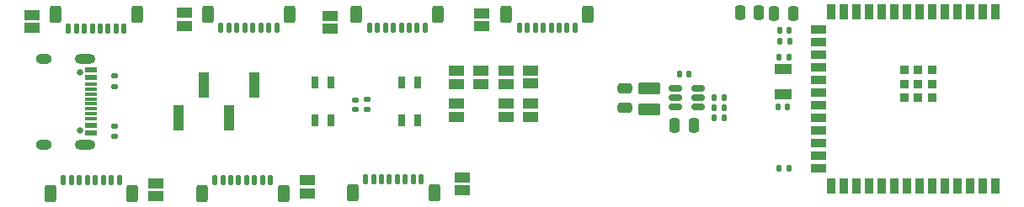
<source format=gbr>
%TF.GenerationSoftware,KiCad,Pcbnew,7.0.10+1*%
%TF.CreationDate,2024-03-12T12:47:15+01:00*%
%TF.ProjectId,Receiver-A1,52656365-6976-4657-922d-41312e6b6963,rev?*%
%TF.SameCoordinates,Original*%
%TF.FileFunction,Soldermask,Top*%
%TF.FilePolarity,Negative*%
%FSLAX46Y46*%
G04 Gerber Fmt 4.6, Leading zero omitted, Abs format (unit mm)*
G04 Created by KiCad (PCBNEW 7.0.10+1) date 2024-03-12 12:47:15*
%MOMM*%
%LPD*%
G01*
G04 APERTURE LIST*
G04 Aperture macros list*
%AMRoundRect*
0 Rectangle with rounded corners*
0 $1 Rounding radius*
0 $2 $3 $4 $5 $6 $7 $8 $9 X,Y pos of 4 corners*
0 Add a 4 corners polygon primitive as box body*
4,1,4,$2,$3,$4,$5,$6,$7,$8,$9,$2,$3,0*
0 Add four circle primitives for the rounded corners*
1,1,$1+$1,$2,$3*
1,1,$1+$1,$4,$5*
1,1,$1+$1,$6,$7*
1,1,$1+$1,$8,$9*
0 Add four rect primitives between the rounded corners*
20,1,$1+$1,$2,$3,$4,$5,0*
20,1,$1+$1,$4,$5,$6,$7,0*
20,1,$1+$1,$6,$7,$8,$9,0*
20,1,$1+$1,$8,$9,$2,$3,0*%
G04 Aperture macros list end*
%ADD10R,1.500000X1.000000*%
%ADD11RoundRect,0.125000X0.125000X0.425000X-0.125000X0.425000X-0.125000X-0.425000X0.125000X-0.425000X0*%
%ADD12RoundRect,0.250000X0.350000X0.600000X-0.350000X0.600000X-0.350000X-0.600000X0.350000X-0.600000X0*%
%ADD13RoundRect,0.140000X-0.170000X0.140000X-0.170000X-0.140000X0.170000X-0.140000X0.170000X0.140000X0*%
%ADD14RoundRect,0.250000X0.475000X-0.250000X0.475000X0.250000X-0.475000X0.250000X-0.475000X-0.250000X0*%
%ADD15RoundRect,0.250000X-0.350000X-0.600000X0.350000X-0.600000X0.350000X0.600000X-0.350000X0.600000X0*%
%ADD16RoundRect,0.125000X-0.125000X-0.425000X0.125000X-0.425000X0.125000X0.425000X-0.125000X0.425000X0*%
%ADD17RoundRect,0.140000X-0.140000X-0.170000X0.140000X-0.170000X0.140000X0.170000X-0.140000X0.170000X0*%
%ADD18RoundRect,0.250000X0.250000X0.475000X-0.250000X0.475000X-0.250000X-0.475000X0.250000X-0.475000X0*%
%ADD19RoundRect,0.250000X0.850000X-0.375000X0.850000X0.375000X-0.850000X0.375000X-0.850000X-0.375000X0*%
%ADD20RoundRect,0.135000X0.135000X0.185000X-0.135000X0.185000X-0.135000X-0.185000X0.135000X-0.185000X0*%
%ADD21RoundRect,0.135000X-0.185000X0.135000X-0.185000X-0.135000X0.185000X-0.135000X0.185000X0.135000X0*%
%ADD22RoundRect,0.150000X-0.512500X-0.150000X0.512500X-0.150000X0.512500X0.150000X-0.512500X0.150000X0*%
%ADD23C,0.650000*%
%ADD24R,1.150000X0.600000*%
%ADD25R,1.150000X0.300000*%
%ADD26O,2.100000X1.000000*%
%ADD27O,1.600000X1.000000*%
%ADD28RoundRect,0.140000X0.140000X0.170000X-0.140000X0.170000X-0.140000X-0.170000X0.140000X-0.170000X0*%
%ADD29R,0.800000X1.225000*%
%ADD30RoundRect,0.250000X-0.250000X-0.475000X0.250000X-0.475000X0.250000X0.475000X-0.250000X0.475000X0*%
%ADD31RoundRect,0.135000X-0.135000X-0.185000X0.135000X-0.185000X0.135000X0.185000X-0.135000X0.185000X0*%
%ADD32R,1.800000X1.000000*%
%ADD33R,1.000000X2.510000*%
%ADD34R,0.900000X1.500000*%
%ADD35R,1.500000X0.900000*%
%ADD36R,0.900000X0.900000*%
%ADD37RoundRect,0.135000X0.185000X-0.135000X0.185000X0.135000X-0.185000X0.135000X-0.185000X-0.135000X0*%
G04 APERTURE END LIST*
D10*
%TO.C,JP14*%
X96715000Y-52115000D03*
X96715000Y-53415000D03*
%TD*%
%TO.C,JP13*%
X81485000Y-52395000D03*
X81485000Y-53695000D03*
%TD*%
%TO.C,JP12*%
X94735000Y-69965000D03*
X94735000Y-68665000D03*
%TD*%
%TO.C,JP11*%
X66835000Y-52085000D03*
X66835000Y-53385000D03*
%TD*%
%TO.C,JP10*%
X79155000Y-70235000D03*
X79155000Y-68935000D03*
%TD*%
%TO.C,JP9*%
X63935000Y-70515000D03*
X63935000Y-69215000D03*
%TD*%
%TO.C,JP8*%
X51475000Y-52285000D03*
X51475000Y-53585000D03*
%TD*%
%TO.C,JP7*%
X101635000Y-57905000D03*
X101635000Y-59205000D03*
%TD*%
%TO.C,JP6*%
X99135000Y-62545000D03*
X99135000Y-61245000D03*
%TD*%
%TO.C,JP5*%
X94135000Y-61245000D03*
X94135000Y-62545000D03*
%TD*%
%TO.C,JP4*%
X94135000Y-59235000D03*
X94135000Y-57935000D03*
%TD*%
%TO.C,JP3*%
X101645000Y-62525000D03*
X101645000Y-61225000D03*
%TD*%
%TO.C,JP2*%
X96635000Y-57935000D03*
X96635000Y-59235000D03*
%TD*%
%TO.C,JP1*%
X99135000Y-57935000D03*
X99135000Y-59235000D03*
%TD*%
D11*
%TO.C,J1*%
X90625000Y-68795000D03*
X89825000Y-68795000D03*
X89025000Y-68795000D03*
X88225000Y-68795000D03*
X87425000Y-68795000D03*
X86625000Y-68795000D03*
X85825000Y-68795000D03*
X85025000Y-68795000D03*
D12*
X91925000Y-70195000D03*
X83725000Y-70195000D03*
%TD*%
D13*
%TO.C,C3*%
X84005000Y-60835000D03*
X84005000Y-61795000D03*
%TD*%
D14*
%TO.C,C7*%
X111085000Y-59695000D03*
X111085000Y-61595000D03*
%TD*%
D15*
%TO.C,J2*%
X92325000Y-52225000D03*
X84125000Y-52225000D03*
D16*
X91025000Y-53625000D03*
X90225000Y-53625000D03*
X89425000Y-53625000D03*
X88625000Y-53625000D03*
X87825000Y-53625000D03*
X87025000Y-53625000D03*
X86225000Y-53625000D03*
X85425000Y-53625000D03*
%TD*%
D17*
%TO.C,C5*%
X126635000Y-53875000D03*
X127595000Y-53875000D03*
%TD*%
D18*
%TO.C,C6*%
X116125000Y-63415000D03*
X118025000Y-63415000D03*
%TD*%
D19*
%TO.C,L1*%
X113565000Y-59680000D03*
X113565000Y-61830000D03*
%TD*%
D20*
%TO.C,R5*%
X127585000Y-67695000D03*
X126565000Y-67695000D03*
%TD*%
D21*
%TO.C,R1*%
X85215000Y-60785000D03*
X85215000Y-61805000D03*
%TD*%
D22*
%TO.C,U1*%
X118422500Y-59685000D03*
X118422500Y-60635000D03*
X118422500Y-61585000D03*
X116147500Y-61585000D03*
X116147500Y-60635000D03*
X116147500Y-59685000D03*
%TD*%
D20*
%TO.C,R4*%
X127655000Y-54925000D03*
X126635000Y-54925000D03*
%TD*%
D23*
%TO.C,J6*%
X56320000Y-58110000D03*
X56320000Y-63890000D03*
D24*
X57445000Y-57800000D03*
X57445000Y-58600000D03*
D25*
X57440000Y-59750000D03*
X57440000Y-60750000D03*
X57440000Y-61250000D03*
X57440000Y-59250000D03*
D24*
X57445000Y-63400000D03*
X57445000Y-64200000D03*
D25*
X57440000Y-62750000D03*
X57440000Y-61750000D03*
X57440000Y-60250000D03*
X57440000Y-62250000D03*
D26*
X56820000Y-56680000D03*
D27*
X52640000Y-56680000D03*
D26*
X56820000Y-65320000D03*
D27*
X52640000Y-65320000D03*
%TD*%
D28*
%TO.C,C1*%
X127565000Y-56515000D03*
X126605000Y-56515000D03*
%TD*%
D29*
%TO.C,SW1*%
X79965000Y-62912500D03*
X79965000Y-59087500D03*
X81565000Y-62912500D03*
X81565000Y-59087500D03*
%TD*%
D30*
%TO.C,C14*%
X122675000Y-52105000D03*
X124575000Y-52105000D03*
%TD*%
%TO.C,C4*%
X126115000Y-52145000D03*
X128015000Y-52145000D03*
%TD*%
D31*
%TO.C,R7*%
X121070000Y-62640000D03*
X120050000Y-62640000D03*
%TD*%
D21*
%TO.C,R3*%
X59805000Y-58455000D03*
X59805000Y-59475000D03*
%TD*%
D11*
%TO.C,J3*%
X60265000Y-68875000D03*
X59465000Y-68875000D03*
X58665000Y-68875000D03*
X57865000Y-68875000D03*
X57065000Y-68875000D03*
X56265000Y-68875000D03*
X55465000Y-68875000D03*
X54665000Y-68875000D03*
D12*
X61565000Y-70275000D03*
X53365000Y-70275000D03*
%TD*%
D16*
%TO.C,J7*%
X55145000Y-53675000D03*
X55945000Y-53675000D03*
X56745000Y-53675000D03*
X57545000Y-53675000D03*
X58345000Y-53675000D03*
X59145000Y-53675000D03*
X59945000Y-53675000D03*
X60745000Y-53675000D03*
D15*
X53845000Y-52275000D03*
X62045000Y-52275000D03*
%TD*%
D29*
%TO.C,SW2*%
X88655000Y-62912500D03*
X88655000Y-59087500D03*
X90255000Y-62912500D03*
X90255000Y-59087500D03*
%TD*%
D32*
%TO.C,Y1*%
X126985000Y-60275000D03*
X126985000Y-57775000D03*
%TD*%
D33*
%TO.C,J8*%
X66190000Y-62655000D03*
X68730000Y-59345000D03*
X71270000Y-62655000D03*
X73810000Y-59345000D03*
%TD*%
D17*
%TO.C,C8*%
X117525000Y-58265000D03*
X116565000Y-58265000D03*
%TD*%
D20*
%TO.C,R6*%
X120055000Y-60595000D03*
X121075000Y-60595000D03*
%TD*%
D34*
%TO.C,U2*%
X148310000Y-51990000D03*
X147040000Y-51990000D03*
X145770000Y-51990000D03*
X144500000Y-51990000D03*
X143230000Y-51990000D03*
X141960000Y-51990000D03*
X140690000Y-51990000D03*
X139420000Y-51990000D03*
X138150000Y-51990000D03*
X136880000Y-51990000D03*
X135610000Y-51990000D03*
X134340000Y-51990000D03*
X133070000Y-51990000D03*
X131800000Y-51990000D03*
D35*
X130550000Y-53755000D03*
X130550000Y-55025000D03*
X130550000Y-56295000D03*
X130550000Y-57565000D03*
X130550000Y-58835000D03*
X130550000Y-60105000D03*
X130550000Y-61375000D03*
X130550000Y-62645000D03*
X130550000Y-63915000D03*
X130550000Y-65185000D03*
X130550000Y-66455000D03*
X130550000Y-67725000D03*
D34*
X131800000Y-69490000D03*
X133070000Y-69490000D03*
X134340000Y-69490000D03*
X135610000Y-69490000D03*
X136880000Y-69490000D03*
X138150000Y-69490000D03*
X139420000Y-69490000D03*
X140690000Y-69490000D03*
X141960000Y-69490000D03*
X143230000Y-69490000D03*
X144500000Y-69490000D03*
X145770000Y-69490000D03*
X147040000Y-69490000D03*
X148310000Y-69490000D03*
D36*
X141990000Y-57840000D03*
X140590000Y-57840000D03*
X139190000Y-57840000D03*
X139190000Y-57840000D03*
X141990000Y-59240000D03*
X141990000Y-59240000D03*
X140590000Y-59240000D03*
X139190000Y-59240000D03*
X141990000Y-60640000D03*
X140590000Y-60640000D03*
X139190000Y-60640000D03*
%TD*%
D11*
%TO.C,J4*%
X75475000Y-68875000D03*
X74675000Y-68875000D03*
X73875000Y-68875000D03*
X73075000Y-68875000D03*
X72275000Y-68875000D03*
X71475000Y-68875000D03*
X70675000Y-68875000D03*
X69875000Y-68875000D03*
D12*
X76775000Y-70275000D03*
X68575000Y-70275000D03*
%TD*%
D17*
%TO.C,C2*%
X126505000Y-61545000D03*
X127465000Y-61545000D03*
%TD*%
D16*
%TO.C,J9*%
X100495000Y-53605000D03*
X101295000Y-53605000D03*
X102095000Y-53605000D03*
X102895000Y-53605000D03*
X103695000Y-53605000D03*
X104495000Y-53605000D03*
X105295000Y-53605000D03*
X106095000Y-53605000D03*
D15*
X99195000Y-52205000D03*
X107395000Y-52205000D03*
%TD*%
D31*
%TO.C,R8*%
X121075000Y-61615000D03*
X120055000Y-61615000D03*
%TD*%
D37*
%TO.C,R2*%
X59815000Y-64525000D03*
X59815000Y-63505000D03*
%TD*%
D16*
%TO.C,J5*%
X70495000Y-53595000D03*
X71295000Y-53595000D03*
X72095000Y-53595000D03*
X72895000Y-53595000D03*
X73695000Y-53595000D03*
X74495000Y-53595000D03*
X75295000Y-53595000D03*
X76095000Y-53595000D03*
D15*
X69195000Y-52195000D03*
X77395000Y-52195000D03*
%TD*%
M02*

</source>
